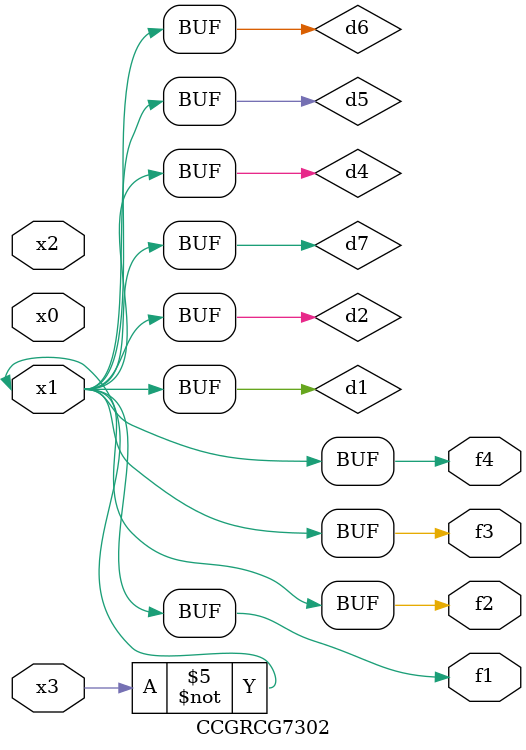
<source format=v>
module CCGRCG7302(
	input x0, x1, x2, x3,
	output f1, f2, f3, f4
);

	wire d1, d2, d3, d4, d5, d6, d7;

	not (d1, x3);
	buf (d2, x1);
	xnor (d3, d1, d2);
	nor (d4, d1);
	buf (d5, d1, d2);
	buf (d6, d4, d5);
	nand (d7, d4);
	assign f1 = d6;
	assign f2 = d7;
	assign f3 = d6;
	assign f4 = d6;
endmodule

</source>
